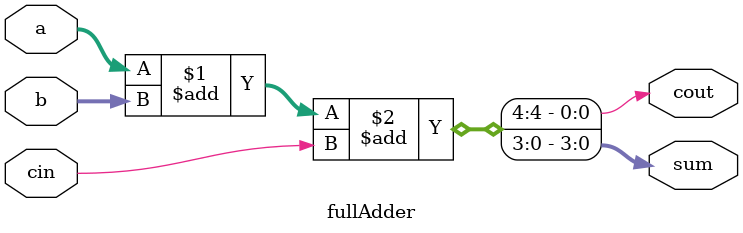
<source format=v>
module fullAdder(
    cout,sum,a,b,cin
);
    input [3:0]a,b;
    input cin;
    output [3:0]sum;
    output cout;

    assign {cout,sum} = a + b + cin;

endmodule
</source>
